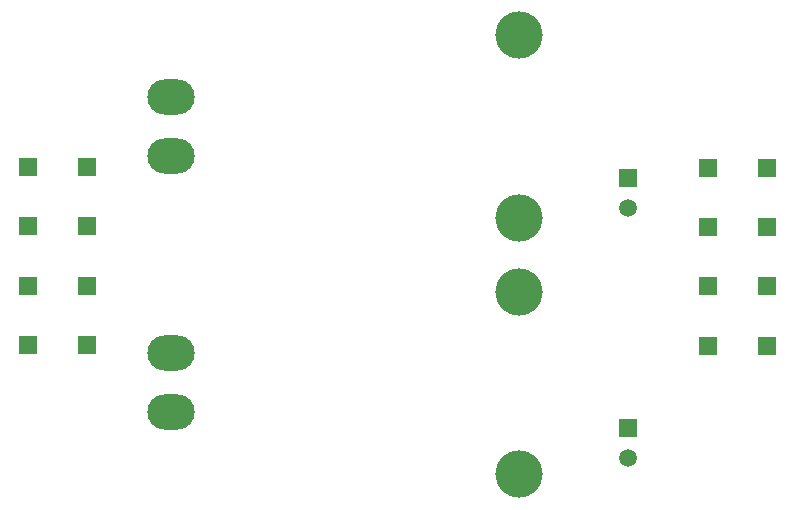
<source format=gbl>
G04 Layer_Physical_Order=2*
G04 Layer_Color=16711680*
%FSLAX43Y43*%
%MOMM*%
G71*
G01*
G75*
%ADD16R,1.500X1.500*%
%ADD17C,1.500*%
%ADD18R,1.500X1.500*%
%ADD19C,4.000*%
%ADD20O,4.000X3.000*%
D16*
X60960Y85485D02*
D03*
X65960D02*
D03*
Y80485D02*
D03*
X60960D02*
D03*
Y75485D02*
D03*
X65960D02*
D03*
X60960Y70485D02*
D03*
X65960D02*
D03*
X3382Y85565D02*
D03*
X8382D02*
D03*
Y80565D02*
D03*
X3382D02*
D03*
Y75565D02*
D03*
X8382D02*
D03*
X3382Y70565D02*
D03*
X8382D02*
D03*
D17*
X54229Y82169D02*
D03*
Y60960D02*
D03*
D18*
Y84709D02*
D03*
Y63500D02*
D03*
D19*
X44958Y96749D02*
D03*
Y81280D02*
D03*
Y75057D02*
D03*
Y59588D02*
D03*
D20*
X15545Y86512D02*
D03*
Y91516D02*
D03*
Y64821D02*
D03*
Y69825D02*
D03*
M02*

</source>
